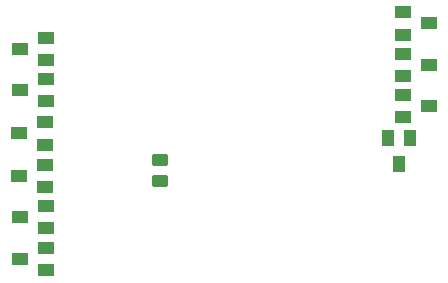
<source format=gbp>
G04 #@! TF.GenerationSoftware,KiCad,Pcbnew,(6.0.4)*
G04 #@! TF.CreationDate,2022-04-15T12:40:15+02:00*
G04 #@! TF.ProjectId,hernieuwdeBuffer_beide_groundplane,6865726e-6965-4757-9764-654275666665,rev?*
G04 #@! TF.SameCoordinates,Original*
G04 #@! TF.FileFunction,Paste,Bot*
G04 #@! TF.FilePolarity,Positive*
%FSLAX46Y46*%
G04 Gerber Fmt 4.6, Leading zero omitted, Abs format (unit mm)*
G04 Created by KiCad (PCBNEW (6.0.4)) date 2022-04-15 12:40:15*
%MOMM*%
%LPD*%
G01*
G04 APERTURE LIST*
G04 Aperture macros list*
%AMRoundRect*
0 Rectangle with rounded corners*
0 $1 Rounding radius*
0 $2 $3 $4 $5 $6 $7 $8 $9 X,Y pos of 4 corners*
0 Add a 4 corners polygon primitive as box body*
4,1,4,$2,$3,$4,$5,$6,$7,$8,$9,$2,$3,0*
0 Add four circle primitives for the rounded corners*
1,1,$1+$1,$2,$3*
1,1,$1+$1,$4,$5*
1,1,$1+$1,$6,$7*
1,1,$1+$1,$8,$9*
0 Add four rect primitives between the rounded corners*
20,1,$1+$1,$2,$3,$4,$5,0*
20,1,$1+$1,$4,$5,$6,$7,0*
20,1,$1+$1,$6,$7,$8,$9,0*
20,1,$1+$1,$8,$9,$2,$3,0*%
G04 Aperture macros list end*
%ADD10R,1.400000X1.000000*%
%ADD11RoundRect,0.250000X-0.450000X0.262500X-0.450000X-0.262500X0.450000X-0.262500X0.450000X0.262500X0*%
%ADD12R,1.000000X1.400000*%
G04 APERTURE END LIST*
D10*
X169950000Y-76500000D03*
X169950000Y-74600000D03*
X172150000Y-75550000D03*
X139600000Y-80400000D03*
X139600000Y-82300000D03*
X137400000Y-81350000D03*
X169950000Y-73000000D03*
X169950000Y-71100000D03*
X172150000Y-72050000D03*
X169950000Y-80000000D03*
X169950000Y-78100000D03*
X172150000Y-79050000D03*
X139650000Y-73250000D03*
X139650000Y-75150000D03*
X137450000Y-74200000D03*
X139650000Y-76750000D03*
X139650000Y-78650000D03*
X137450000Y-77700000D03*
X139600000Y-84000000D03*
X139600000Y-85900000D03*
X137400000Y-84950000D03*
X139700000Y-87500000D03*
X139700000Y-89400000D03*
X137500000Y-88450000D03*
X139650000Y-91050000D03*
X139650000Y-92950000D03*
X137450000Y-92000000D03*
D11*
X149300000Y-83587500D03*
X149300000Y-85412500D03*
D12*
X168650000Y-81750000D03*
X170550000Y-81750000D03*
X169600000Y-83950000D03*
M02*

</source>
